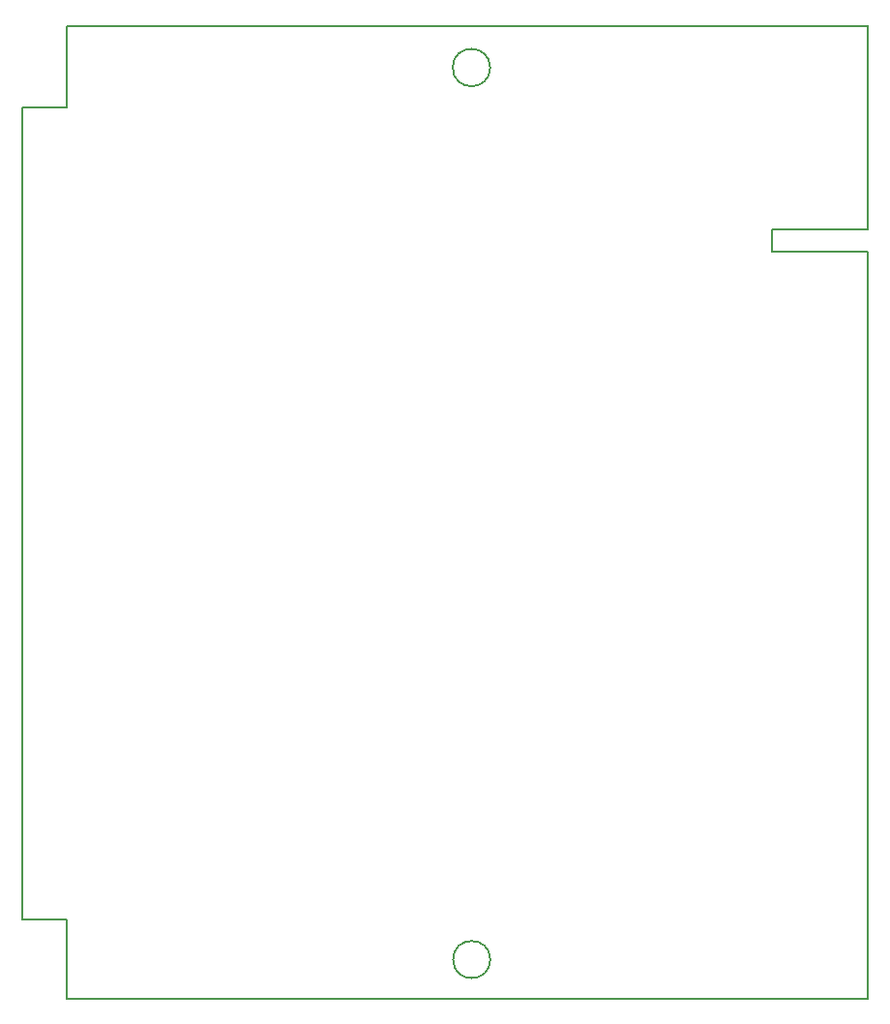
<source format=gm1>
G04 #@! TF.FileFunction,Profile,NP*
%FSLAX46Y46*%
G04 Gerber Fmt 4.6, Leading zero omitted, Abs format (unit mm)*
G04 Created by KiCad (PCBNEW 4.0.5) date 02/22/17 12:47:02*
%MOMM*%
%LPD*%
G01*
G04 APERTURE LIST*
%ADD10C,0.150000*%
G04 APERTURE END LIST*
D10*
X151536704Y-49530000D02*
G75*
G03X151536704Y-49530000I-1636704J0D01*
G01*
X151547421Y-127560000D02*
G75*
G03X151547421Y-127560000I-1627421J0D01*
G01*
X184590000Y-45870000D02*
X184590000Y-45910000D01*
X114490000Y-45870000D02*
X184590000Y-45870000D01*
X114490000Y-53000000D02*
X114490000Y-45870000D01*
X110570000Y-53000000D02*
X114490000Y-53000000D01*
X110570000Y-124020000D02*
X110570000Y-53000000D01*
X114490000Y-124020000D02*
X110570000Y-124020000D01*
X114490000Y-130990000D02*
X114490000Y-124020000D01*
X184590000Y-130990000D02*
X114490000Y-130990000D01*
X184590000Y-65610000D02*
X184590000Y-130990000D01*
X176210000Y-65610000D02*
X184590000Y-65610000D01*
X176210000Y-63670000D02*
X176210000Y-65610000D01*
X184560000Y-63670000D02*
X176210000Y-63670000D01*
X184560000Y-45830000D02*
X184560000Y-63670000D01*
M02*

</source>
